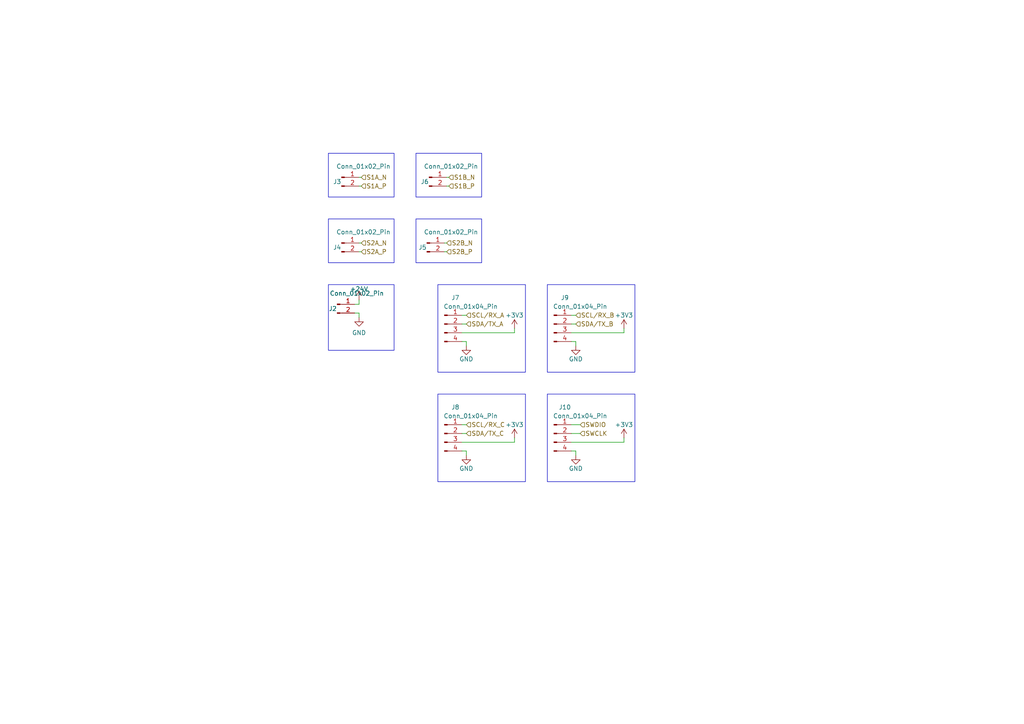
<source format=kicad_sch>
(kicad_sch (version 20230121) (generator eeschema)
  (paper "A4")
  (lib_symbols
    (symbol "Connector:Conn_01x02_Pin" (pin_names (offset 1.016) hide)
      (property "Reference" "J" (at 0 2.54 0))
      (property "Value" "Conn_01x02_Pin" (at 0 -5.08 0))
      (symbol "Conn_01x02_Pin_1_1"
        (polyline (pts (xy 1.27 -2.54) (xy 0.8636 -2.54)) (stroke (width 0.1524)))
        (polyline (pts (xy 1.27 0) (xy 0.8636 0)) (stroke (width 0.1524)))
        (rectangle (start 0.8636 -2.413) (end 0 -2.667) (stroke (width 0.1524)) (fill (type outline)))
        (rectangle (start 0.8636 0.127) (end 0 -0.127) (stroke (width 0.1524)) (fill (type outline)))
        (pin passive line (at 5.08 0 180) (length 3.81) (name "Pin_1") (number "1"))
        (pin passive line (at 5.08 -2.54 180) (length 3.81) (name "Pin_2") (number "2"))
      )
    )
    (symbol "Connector:Conn_01x04_Pin" (pin_names (offset 1.016) hide)
      (property "Reference" "J" (at 0 5.08 0))
      (property "Value" "Conn_01x04_Pin" (at 0 -7.62 0))
      (symbol "Conn_01x04_Pin_1_1"
        (polyline (pts (xy 1.27 -5.08) (xy 0.8636 -5.08)) (stroke (width 0.1524)))
        (polyline (pts (xy 1.27 -2.54) (xy 0.8636 -2.54)) (stroke (width 0.1524)))
        (polyline (pts (xy 1.27 0) (xy 0.8636 0)) (stroke (width 0.1524)))
        (polyline (pts (xy 1.27 2.54) (xy 0.8636 2.54)) (stroke (width 0.1524)))
        (rectangle (start 0.8636 -4.953) (end 0 -5.207) (stroke (width 0.1524)) (fill (type outline)))
        (rectangle (start 0.8636 -2.413) (end 0 -2.667) (stroke (width 0.1524)) (fill (type outline)))
        (rectangle (start 0.8636 0.127) (end 0 -0.127) (stroke (width 0.1524)) (fill (type outline)))
        (rectangle (start 0.8636 2.667) (end 0 2.413) (stroke (width 0.1524)) (fill (type outline)))
        (pin passive line (at 5.08 2.54 180) (length 3.81) (name "Pin_1") (number "1"))
        (pin passive line (at 5.08 0 180) (length 3.81) (name "Pin_2") (number "2"))
        (pin passive line (at 5.08 -2.54 180) (length 3.81) (name "Pin_3") (number "3"))
        (pin passive line (at 5.08 -5.08 180) (length 3.81) (name "Pin_4") (number "4"))
      )
    )
    (symbol "power:+24V" (power) (pin_names (offset 0))
      (property "Value" "+24V" (at 0 3.556 0))
      (symbol "+24V_0_1"
        (polyline (pts (xy -0.762 1.27) (xy 0 2.54)))
        (polyline (pts (xy 0 0) (xy 0 2.54)))
        (polyline (pts (xy 0 2.54) (xy 0.762 1.27)))
      )
      (symbol "+24V_1_1"
        (pin power_in line (at 0 0 90) (length 0) hide (name "+24V") (number "1"))
      )
    )
    (symbol "power:+3V3" (power) (pin_names (offset 0))
      (property "Value" "+3V3" (at 0 3.556 0))
      (symbol "+3V3_0_1"
        (polyline (pts (xy -0.762 1.27) (xy 0 2.54)))
        (polyline (pts (xy 0 0) (xy 0 2.54)))
        (polyline (pts (xy 0 2.54) (xy 0.762 1.27)))
      )
      (symbol "+3V3_1_1"
        (pin power_in line (at 0 0 90) (length 0) hide (name "+3V3") (number "1"))
      )
    )
    (symbol "power:GND" (power) (pin_names (offset 0))
      (property "Value" "GND" (at 0 -3.81 0))
      (symbol "GND_0_1"
        (polyline (pts (xy 0 0) (xy 0 -1.27) (xy 1.27 -1.27) (xy 0 -2.54) (xy -1.27 -1.27) (xy 0 -1.27)))
      )
      (symbol "GND_1_1"
        (pin power_in line (at 0 0 270) (length 0) hide (name "GND") (number "1"))
      )
    )
  )
  (wire (pts (xy 135.255 99.06) (xy 135.255 100.33)))
  (wire (pts (xy 133.985 125.73) (xy 135.255 125.73)))
  (wire (pts (xy 165.735 128.27) (xy 180.975 128.27)))
  (wire (pts (xy 104.14 92.075) (xy 104.14 90.805)))
  (wire (pts (xy 133.985 96.52) (xy 149.225 96.52)))
  (wire (pts (xy 165.735 125.73) (xy 168.275 125.73)))
  (wire (pts (xy 133.985 99.06) (xy 135.255 99.06)))
  (wire (pts (xy 104.14 86.995) (xy 104.14 88.265)))
  (wire (pts (xy 104.14 90.805) (xy 102.87 90.805)))
  (wire (pts (xy 165.735 93.98) (xy 167.005 93.98)))
  (wire (pts (xy 135.255 130.81) (xy 135.255 132.08)))
  (wire (pts (xy 129.54 53.975) (xy 130.175 53.975)))
  (wire (pts (xy 165.735 91.44) (xy 167.005 91.44)))
  (wire (pts (xy 133.985 128.27) (xy 149.225 128.27)))
  (wire (pts (xy 180.975 128.27) (xy 180.975 127)))
  (wire (pts (xy 165.735 123.19) (xy 168.275 123.19)))
  (wire (pts (xy 165.735 96.52) (xy 180.975 96.52)))
  (wire (pts (xy 133.985 130.81) (xy 135.255 130.81)))
  (wire (pts (xy 167.005 99.06) (xy 167.005 100.33)))
  (wire (pts (xy 128.905 70.485) (xy 129.54 70.485)))
  (wire (pts (xy 129.54 51.435) (xy 130.175 51.435)))
  (wire (pts (xy 149.225 128.27) (xy 149.225 127)))
  (wire (pts (xy 133.985 91.44) (xy 135.255 91.44)))
  (wire (pts (xy 165.735 130.81) (xy 167.005 130.81)))
  (wire (pts (xy 133.985 93.98) (xy 135.255 93.98)))
  (wire (pts (xy 149.225 96.52) (xy 149.225 95.25)))
  (wire (pts (xy 167.005 130.81) (xy 167.005 132.08)))
  (wire (pts (xy 128.905 73.025) (xy 129.54 73.025)))
  (wire (pts (xy 133.985 123.19) (xy 135.255 123.19)))
  (wire (pts (xy 104.14 70.485) (xy 104.775 70.485)))
  (wire (pts (xy 104.14 73.025) (xy 104.775 73.025)))
  (wire (pts (xy 102.87 88.265) (xy 104.14 88.265)))
  (wire (pts (xy 165.735 99.06) (xy 167.005 99.06)))
  (wire (pts (xy 180.975 96.52) (xy 180.975 95.25)))
  (wire (pts (xy 104.14 53.975) (xy 104.775 53.975)))
  (wire (pts (xy 104.14 51.435) (xy 104.775 51.435)))
  (rectangle (start 120.65 63.5) (end 139.7 76.2))
  (rectangle (start 127 114.3) (end 152.4 139.7))
  (rectangle (start 158.75 82.55) (end 184.15 107.95))
  (rectangle (start 127 82.55) (end 152.4 107.95))
  (rectangle (start 95.25 44.45) (end 114.3 57.15))
  (rectangle (start 95.25 63.5) (end 114.3 76.2))
  (rectangle (start 120.65 44.45) (end 139.7 57.15))
  (rectangle (start 158.75 114.3) (end 184.15 139.7))
  (rectangle (start 95.25 82.55) (end 114.3 101.6))
  (hierarchical_label "SCL{slash}RX_C" (shape input) (at 135.255 123.19 0))
  (hierarchical_label "SCL{slash}RX_A" (shape input) (at 135.255 91.44 0))
  (hierarchical_label "S1B_N" (shape input) (at 130.175 51.435 0))
  (hierarchical_label "S2B_P" (shape input) (at 129.54 73.025 0))
  (hierarchical_label "SDA{slash}TX_C" (shape input) (at 135.255 125.73 0))
  (hierarchical_label "SCL{slash}RX_B" (shape input) (at 167.005 91.44 0))
  (hierarchical_label "S1B_P" (shape input) (at 130.175 53.975 0))
  (hierarchical_label "S2A_P" (shape input) (at 104.775 73.025 0))
  (hierarchical_label "S2A_N" (shape input) (at 104.775 70.485 0))
  (hierarchical_label "S1A_P" (shape input) (at 104.775 53.975 0))
  (hierarchical_label "SDA{slash}TX_B" (shape input) (at 167.005 93.98 0))
  (hierarchical_label "SDA{slash}TX_A" (shape input) (at 135.255 93.98 0))
  (hierarchical_label "S1A_N" (shape input) (at 104.775 51.435 0))
  (hierarchical_label "SWDIO" (shape input) (at 168.275 123.19 0))
  (hierarchical_label "SWCLK" (shape input) (at 168.275 125.73 0))
  (hierarchical_label "S2B_N" (shape input) (at 129.54 70.485 0))
  (symbol (lib_id "power:GND") (at 167.005 132.08 0) (unit 1)
    (property "Reference" "#PWR041" (effects hide))
    (property "Value" "GND" (at 167.005 135.89 0))
  )
  (symbol (lib_id "power:+3V3") (at 180.975 95.25 0) (unit 1)
    (property "Reference" "#PWR042" (effects hide))
    (property "Value" "+3V3" (at 180.975 91.44 0))
  )
  (symbol (lib_id "Connector:Conn_01x04_Pin") (at 160.655 93.98 0) (unit 1)
    (property "Reference" "J9" (at 163.83 86.36 0))
    (property "Value" "Conn_01x04_Pin" (at 168.275 88.9 0))
    (property "Footprint" "Connector_Molex:Molex_SL_171971-0004_1x04_P2.54mm_Vertical" (effects hide))
  )
  (symbol (lib_id "power:GND") (at 104.14 92.075 0) (unit 1)
    (property "Reference" "#PWR035" (effects hide))
    (property "Value" "GND" (at 104.14 96.52 0))
  )
  (symbol (lib_id "power:+3V3") (at 149.225 95.25 0) (unit 1)
    (property "Reference" "#PWR038" (effects hide))
    (property "Value" "+3V3" (at 149.225 91.44 0))
  )
  (symbol (lib_id "power:+3V3") (at 149.225 127 0) (unit 1)
    (property "Reference" "#PWR039" (effects hide))
    (property "Value" "+3V3" (at 149.225 123.19 0))
  )
  (symbol (lib_id "Connector:Conn_01x02_Pin") (at 99.06 51.435 0) (unit 1)
    (property "Reference" "J3" (at 97.79 52.705 0))
    (property "Value" "Conn_01x02_Pin" (at 105.41 48.26 0))
    (property "Footprint" "Connector_Molex:Molex_SL_171971-0002_1x02_P2.54mm_Vertical" (effects hide))
  )
  (symbol (lib_id "Connector:Conn_01x02_Pin") (at 99.06 70.485 0) (unit 1)
    (property "Reference" "J4" (at 97.79 71.755 0))
    (property "Value" "Conn_01x02_Pin" (at 105.41 67.31 0))
    (property "Footprint" "Connector_Molex:Molex_SL_171971-0002_1x02_P2.54mm_Vertical" (effects hide))
  )
  (symbol (lib_id "Connector:Conn_01x04_Pin") (at 160.655 125.73 0) (unit 1)
    (property "Reference" "J10" (at 163.83 118.11 0))
    (property "Value" "Conn_01x04_Pin" (at 168.275 120.65 0))
    (property "Footprint" "Connector_PinHeader_2.54mm:PinHeader_1x04_P2.54mm_Vertical" (effects hide))
  )
  (symbol (lib_id "power:GND") (at 167.005 100.33 0) (unit 1)
    (property "Reference" "#PWR040" (effects hide))
    (property "Value" "GND" (at 167.005 104.14 0))
  )
  (symbol (lib_id "power:GND") (at 135.255 132.08 0) (unit 1)
    (property "Reference" "#PWR037" (effects hide))
    (property "Value" "GND" (at 135.255 135.89 0))
  )
  (symbol (lib_id "Connector:Conn_01x04_Pin") (at 128.905 93.98 0) (unit 1)
    (property "Reference" "J7" (at 132.08 86.36 0))
    (property "Value" "Conn_01x04_Pin" (at 136.525 88.9 0))
    (property "Footprint" "Connector_Molex:Molex_SL_171971-0004_1x04_P2.54mm_Vertical" (effects hide))
  )
  (symbol (lib_id "power:+24V") (at 104.14 86.995 0) (unit 1)
    (property "Reference" "#PWR046" (effects hide))
    (property "Value" "+24V" (at 104.14 83.82 0))
  )
  (symbol (lib_id "Connector:Conn_01x04_Pin") (at 128.905 125.73 0) (unit 1)
    (property "Reference" "J8" (at 132.08 118.11 0))
    (property "Value" "Conn_01x04_Pin" (at 136.525 120.65 0))
    (property "Footprint" "Connector_Molex:Molex_SL_171971-0004_1x04_P2.54mm_Vertical" (effects hide))
  )
  (symbol (lib_id "Connector:Conn_01x02_Pin") (at 97.79 88.265 0) (unit 1)
    (property "Reference" "J2" (at 96.52 89.535 0))
    (property "Value" "Conn_01x02_Pin" (at 103.505 85.09 0))
    (property "Footprint" "Connector_AMASS:AMASS_XT30U-M_1x02_P5.0mm_Vertical" (effects hide))
  )
  (symbol (lib_id "power:GND") (at 135.255 100.33 0) (unit 1)
    (property "Reference" "#PWR036" (effects hide))
    (property "Value" "GND" (at 135.255 104.14 0))
  )
  (symbol (lib_id "Connector:Conn_01x02_Pin") (at 123.825 70.485 0) (unit 1)
    (property "Reference" "J5" (at 122.555 71.755 0))
    (property "Value" "Conn_01x02_Pin" (at 130.81 67.31 0))
    (property "Footprint" "Connector_Molex:Molex_SL_171971-0002_1x02_P2.54mm_Vertical" (effects hide))
  )
  (symbol (lib_id "power:+3V3") (at 180.975 127 0) (unit 1)
    (property "Reference" "#PWR043" (effects hide))
    (property "Value" "+3V3" (at 180.975 123.19 0))
  )
  (symbol (lib_id "Connector:Conn_01x02_Pin") (at 124.46 51.435 0) (unit 1)
    (property "Reference" "J6" (at 123.19 52.705 0))
    (property "Value" "Conn_01x02_Pin" (at 130.81 48.26 0))
    (property "Footprint" "Connector_Molex:Molex_SL_171971-0002_1x02_P2.54mm_Vertical" (effects hide))
  )
)
</source>
